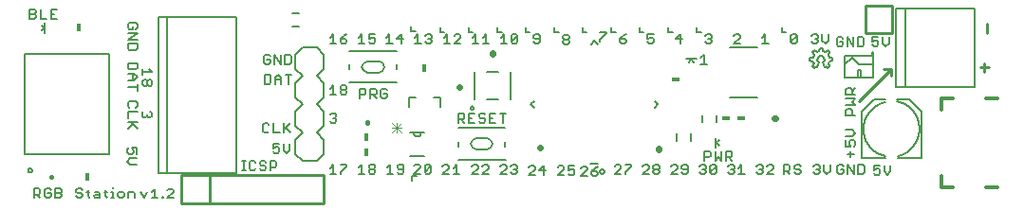
<source format=gbr>
G04 EAGLE Gerber X2 export*
%TF.Part,Single*%
%TF.FileFunction,Legend,Top,1*%
%TF.FilePolarity,Positive*%
%TF.GenerationSoftware,Autodesk,EAGLE,8.7.0*%
%TF.CreationDate,2018-03-08T03:12:48Z*%
G75*
%MOMM*%
%FSLAX34Y34*%
%LPD*%
%AMOC8*
5,1,8,0,0,1.08239X$1,22.5*%
G01*
%ADD10C,0.254000*%
%ADD11C,0.177800*%
%ADD12C,0.558800*%
%ADD13R,0.762000X0.457200*%
%ADD14C,0.203200*%
%ADD15R,0.457200X0.762000*%
%ADD16C,0.152400*%
%ADD17C,0.127000*%
%ADD18C,0.076200*%
%ADD19C,0.381000*%
%ADD20R,0.381000X0.762000*%
%ADD21C,0.304800*%
%ADD22C,0.203000*%


D10*
X139700Y0D02*
X139700Y25400D01*
X165100Y25400D01*
X266700Y25400D01*
X165100Y25400D02*
X165100Y0D01*
X266700Y0D01*
X266700Y25400D01*
X165100Y0D02*
X139700Y0D01*
D11*
X106301Y4866D02*
X103505Y10459D01*
X109098Y10459D02*
X106301Y4866D01*
X112860Y10459D02*
X115657Y13255D01*
X115657Y4866D01*
X118453Y4866D02*
X112860Y4866D01*
X122215Y4866D02*
X122215Y6264D01*
X123614Y6264D01*
X123614Y4866D01*
X122215Y4866D01*
X126893Y4866D02*
X132486Y4866D01*
X126893Y4866D02*
X132486Y10459D01*
X132486Y11857D01*
X131088Y13255D01*
X128291Y13255D01*
X126893Y11857D01*
X606425Y38481D02*
X606425Y46870D01*
X610620Y46870D01*
X612018Y45472D01*
X612018Y42676D01*
X610620Y41277D01*
X606425Y41277D01*
X615780Y38481D02*
X615780Y46870D01*
X618577Y41277D02*
X615780Y38481D01*
X618577Y41277D02*
X621373Y38481D01*
X621373Y46870D01*
X625135Y46870D02*
X625135Y38481D01*
X625135Y46870D02*
X629330Y46870D01*
X630728Y45472D01*
X630728Y42676D01*
X629330Y41277D01*
X625135Y41277D01*
X627932Y41277D02*
X630728Y38481D01*
X602869Y130434D02*
X605665Y133230D01*
X605665Y124841D01*
X602869Y124841D02*
X608462Y124841D01*
X386461Y80906D02*
X386461Y72517D01*
X386461Y80906D02*
X390656Y80906D01*
X392054Y79508D01*
X392054Y76712D01*
X390656Y75313D01*
X386461Y75313D01*
X389257Y75313D02*
X392054Y72517D01*
X395816Y80906D02*
X401409Y80906D01*
X395816Y80906D02*
X395816Y72517D01*
X401409Y72517D01*
X398613Y76712D02*
X395816Y76712D01*
X409366Y80906D02*
X410764Y79508D01*
X409366Y80906D02*
X406570Y80906D01*
X405171Y79508D01*
X405171Y78110D01*
X406570Y76712D01*
X409366Y76712D01*
X410764Y75313D01*
X410764Y73915D01*
X409366Y72517D01*
X406570Y72517D01*
X405171Y73915D01*
X414527Y80906D02*
X420119Y80906D01*
X414527Y80906D02*
X414527Y72517D01*
X420119Y72517D01*
X417323Y76712D02*
X414527Y76712D01*
X426678Y72517D02*
X426678Y80906D01*
X423882Y80906D02*
X429475Y80906D01*
X298577Y94361D02*
X298577Y102750D01*
X302772Y102750D01*
X304170Y101352D01*
X304170Y98556D01*
X302772Y97157D01*
X298577Y97157D01*
X307932Y94361D02*
X307932Y102750D01*
X312127Y102750D01*
X313525Y101352D01*
X313525Y98556D01*
X312127Y97157D01*
X307932Y97157D01*
X310729Y97157D02*
X313525Y94361D01*
X321482Y102750D02*
X322880Y101352D01*
X321482Y102750D02*
X318686Y102750D01*
X317287Y101352D01*
X317287Y95759D01*
X318686Y94361D01*
X321482Y94361D01*
X322880Y95759D01*
X322880Y98556D01*
X320084Y98556D01*
X683133Y144527D02*
X683133Y150120D01*
X684531Y151518D01*
X687328Y151518D01*
X688726Y150120D01*
X688726Y144527D01*
X687328Y143129D01*
X684531Y143129D01*
X683133Y144527D01*
X688726Y150120D01*
X660529Y151518D02*
X657733Y148722D01*
X660529Y151518D02*
X660529Y143129D01*
X657733Y143129D02*
X663326Y143129D01*
X637926Y143129D02*
X632333Y143129D01*
X637926Y148722D01*
X637926Y150120D01*
X636528Y151518D01*
X633731Y151518D01*
X632333Y150120D01*
X608331Y151518D02*
X606933Y150120D01*
X608331Y151518D02*
X611128Y151518D01*
X612526Y150120D01*
X612526Y148722D01*
X611128Y147324D01*
X609729Y147324D01*
X611128Y147324D02*
X612526Y145925D01*
X612526Y144527D01*
X611128Y143129D01*
X608331Y143129D01*
X606933Y144527D01*
X701929Y150120D02*
X703327Y151518D01*
X706124Y151518D01*
X707522Y150120D01*
X707522Y148722D01*
X706124Y147324D01*
X704725Y147324D01*
X706124Y147324D02*
X707522Y145925D01*
X707522Y144527D01*
X706124Y143129D01*
X703327Y143129D01*
X701929Y144527D01*
X711284Y145925D02*
X711284Y151518D01*
X711284Y145925D02*
X714081Y143129D01*
X716877Y145925D01*
X716877Y151518D01*
X757301Y34170D02*
X762894Y34170D01*
X757301Y34170D02*
X757301Y29976D01*
X760097Y31374D01*
X761496Y31374D01*
X762894Y29976D01*
X762894Y27179D01*
X761496Y25781D01*
X758699Y25781D01*
X757301Y27179D01*
X766656Y28577D02*
X766656Y34170D01*
X766656Y28577D02*
X769453Y25781D01*
X772249Y28577D01*
X772249Y34170D01*
X729874Y147580D02*
X728476Y148978D01*
X725679Y148978D01*
X724281Y147580D01*
X724281Y141987D01*
X725679Y140589D01*
X728476Y140589D01*
X729874Y141987D01*
X729874Y144784D01*
X727077Y144784D01*
X733636Y140589D02*
X733636Y148978D01*
X739229Y140589D01*
X739229Y148978D01*
X742991Y148978D02*
X742991Y140589D01*
X747186Y140589D01*
X748584Y141987D01*
X748584Y147580D01*
X747186Y148978D01*
X742991Y148978D01*
D10*
X749808Y152400D02*
X749808Y176784D01*
X749808Y152400D02*
X773684Y152400D01*
X773684Y176784D01*
X749808Y176784D01*
D11*
X274957Y34678D02*
X272161Y31882D01*
X274957Y34678D02*
X274957Y26289D01*
X272161Y26289D02*
X277754Y26289D01*
X281516Y34678D02*
X287109Y34678D01*
X287109Y33280D01*
X281516Y27687D01*
X281516Y26289D01*
X297561Y32390D02*
X300357Y35186D01*
X300357Y26797D01*
X297561Y26797D02*
X303154Y26797D01*
X306916Y33788D02*
X308314Y35186D01*
X311111Y35186D01*
X312509Y33788D01*
X312509Y32390D01*
X311111Y30992D01*
X312509Y29593D01*
X312509Y28195D01*
X311111Y26797D01*
X308314Y26797D01*
X306916Y28195D01*
X306916Y29593D01*
X308314Y30992D01*
X306916Y32390D01*
X306916Y33788D01*
X308314Y30992D02*
X311111Y30992D01*
X449453Y25273D02*
X455046Y25273D01*
X449453Y25273D02*
X455046Y30866D01*
X455046Y32264D01*
X453648Y33662D01*
X450851Y33662D01*
X449453Y32264D01*
X463003Y33662D02*
X463003Y25273D01*
X458808Y29468D02*
X463003Y33662D01*
X464401Y29468D02*
X458808Y29468D01*
X475361Y25273D02*
X480954Y25273D01*
X475361Y25273D02*
X480954Y30866D01*
X480954Y32264D01*
X479556Y33662D01*
X476759Y33662D01*
X475361Y32264D01*
X484716Y33662D02*
X490309Y33662D01*
X484716Y33662D02*
X484716Y29468D01*
X487513Y30866D01*
X488911Y30866D01*
X490309Y29468D01*
X490309Y26671D01*
X488911Y25273D01*
X486114Y25273D01*
X484716Y26671D01*
X496189Y24765D02*
X501782Y24765D01*
X496189Y24765D02*
X501782Y30358D01*
X501782Y31756D01*
X500384Y33154D01*
X497587Y33154D01*
X496189Y31756D01*
X508341Y31756D02*
X511137Y33154D01*
X508341Y31756D02*
X505544Y28960D01*
X505544Y26163D01*
X506942Y24765D01*
X509739Y24765D01*
X511137Y26163D01*
X511137Y27561D01*
X509739Y28960D01*
X505544Y28960D01*
X526161Y26289D02*
X531754Y26289D01*
X526161Y26289D02*
X531754Y31882D01*
X531754Y33280D01*
X530356Y34678D01*
X527559Y34678D01*
X526161Y33280D01*
X535516Y34678D02*
X541109Y34678D01*
X541109Y33280D01*
X535516Y27687D01*
X535516Y26289D01*
X551053Y26289D02*
X556646Y26289D01*
X551053Y26289D02*
X556646Y31882D01*
X556646Y33280D01*
X555248Y34678D01*
X552451Y34678D01*
X551053Y33280D01*
X560408Y33280D02*
X561806Y34678D01*
X564603Y34678D01*
X566001Y33280D01*
X566001Y31882D01*
X564603Y30484D01*
X566001Y29085D01*
X566001Y27687D01*
X564603Y26289D01*
X561806Y26289D01*
X560408Y27687D01*
X560408Y29085D01*
X561806Y30484D01*
X560408Y31882D01*
X560408Y33280D01*
X561806Y30484D02*
X564603Y30484D01*
X576453Y26289D02*
X582046Y26289D01*
X576453Y26289D02*
X582046Y31882D01*
X582046Y33280D01*
X580648Y34678D01*
X577851Y34678D01*
X576453Y33280D01*
X585808Y27687D02*
X587206Y26289D01*
X590003Y26289D01*
X591401Y27687D01*
X591401Y33280D01*
X590003Y34678D01*
X587206Y34678D01*
X585808Y33280D01*
X585808Y31882D01*
X587206Y30484D01*
X591401Y30484D01*
X601853Y33280D02*
X603251Y34678D01*
X606048Y34678D01*
X607446Y33280D01*
X607446Y31882D01*
X606048Y30484D01*
X604649Y30484D01*
X606048Y30484D02*
X607446Y29085D01*
X607446Y27687D01*
X606048Y26289D01*
X603251Y26289D01*
X601853Y27687D01*
X611208Y27687D02*
X611208Y33280D01*
X612606Y34678D01*
X615403Y34678D01*
X616801Y33280D01*
X616801Y27687D01*
X615403Y26289D01*
X612606Y26289D01*
X611208Y27687D01*
X616801Y33280D01*
X627253Y33280D02*
X628651Y34678D01*
X631448Y34678D01*
X632846Y33280D01*
X632846Y31882D01*
X631448Y30484D01*
X630049Y30484D01*
X631448Y30484D02*
X632846Y29085D01*
X632846Y27687D01*
X631448Y26289D01*
X628651Y26289D01*
X627253Y27687D01*
X636608Y31882D02*
X639405Y34678D01*
X639405Y26289D01*
X642201Y26289D02*
X636608Y26289D01*
X652653Y33280D02*
X654051Y34678D01*
X656848Y34678D01*
X658246Y33280D01*
X658246Y31882D01*
X656848Y30484D01*
X655449Y30484D01*
X656848Y30484D02*
X658246Y29085D01*
X658246Y27687D01*
X656848Y26289D01*
X654051Y26289D01*
X652653Y27687D01*
X662008Y26289D02*
X667601Y26289D01*
X662008Y26289D02*
X667601Y31882D01*
X667601Y33280D01*
X666203Y34678D01*
X663406Y34678D01*
X662008Y33280D01*
X677037Y34678D02*
X677037Y26289D01*
X677037Y34678D02*
X681232Y34678D01*
X682630Y33280D01*
X682630Y30484D01*
X681232Y29085D01*
X677037Y29085D01*
X679833Y29085D02*
X682630Y26289D01*
X690587Y34678D02*
X691985Y33280D01*
X690587Y34678D02*
X687790Y34678D01*
X686392Y33280D01*
X686392Y31882D01*
X687790Y30484D01*
X690587Y30484D01*
X691985Y29085D01*
X691985Y27687D01*
X690587Y26289D01*
X687790Y26289D01*
X686392Y27687D01*
X703453Y33280D02*
X704851Y34678D01*
X707648Y34678D01*
X709046Y33280D01*
X709046Y31882D01*
X707648Y30484D01*
X706249Y30484D01*
X707648Y30484D02*
X709046Y29085D01*
X709046Y27687D01*
X707648Y26289D01*
X704851Y26289D01*
X703453Y27687D01*
X712808Y29085D02*
X712808Y34678D01*
X712808Y29085D02*
X715605Y26289D01*
X718401Y29085D01*
X718401Y34678D01*
X755777Y148978D02*
X761370Y148978D01*
X755777Y148978D02*
X755777Y144784D01*
X758573Y146182D01*
X759972Y146182D01*
X761370Y144784D01*
X761370Y141987D01*
X759972Y140589D01*
X757175Y140589D01*
X755777Y141987D01*
X765132Y143385D02*
X765132Y148978D01*
X765132Y143385D02*
X767929Y140589D01*
X770725Y143385D01*
X770725Y148978D01*
X728984Y34678D02*
X730382Y33280D01*
X728984Y34678D02*
X726187Y34678D01*
X724789Y33280D01*
X724789Y27687D01*
X726187Y26289D01*
X728984Y26289D01*
X730382Y27687D01*
X730382Y30484D01*
X727585Y30484D01*
X734144Y26289D02*
X734144Y34678D01*
X739737Y26289D01*
X739737Y34678D01*
X743499Y34678D02*
X743499Y26289D01*
X747694Y26289D01*
X749092Y27687D01*
X749092Y33280D01*
X747694Y34678D01*
X743499Y34678D01*
X8186Y13542D02*
X8186Y5153D01*
X8186Y13542D02*
X12380Y13542D01*
X13779Y12144D01*
X13779Y9347D01*
X12380Y7949D01*
X8186Y7949D01*
X10982Y7949D02*
X13779Y5153D01*
X21736Y13542D02*
X23134Y12144D01*
X21736Y13542D02*
X18939Y13542D01*
X17541Y12144D01*
X17541Y6551D01*
X18939Y5153D01*
X21736Y5153D01*
X23134Y6551D01*
X23134Y9347D01*
X20337Y9347D01*
X26896Y5153D02*
X26896Y13542D01*
X31091Y13542D01*
X32489Y12144D01*
X32489Y10746D01*
X31091Y9347D01*
X32489Y7949D01*
X32489Y6551D01*
X31091Y5153D01*
X26896Y5153D01*
X26896Y9347D02*
X31091Y9347D01*
X49801Y13542D02*
X51199Y12144D01*
X49801Y13542D02*
X47005Y13542D01*
X45607Y12144D01*
X45607Y10746D01*
X47005Y9347D01*
X49801Y9347D01*
X51199Y7949D01*
X51199Y6551D01*
X49801Y5153D01*
X47005Y5153D01*
X45607Y6551D01*
X56360Y6551D02*
X56360Y12144D01*
X56360Y6551D02*
X57758Y5153D01*
X57758Y10746D02*
X54962Y10746D01*
X62597Y10746D02*
X65393Y10746D01*
X66791Y9347D01*
X66791Y5153D01*
X62597Y5153D01*
X61199Y6551D01*
X62597Y7949D01*
X66791Y7949D01*
X71952Y6551D02*
X71952Y12144D01*
X71952Y6551D02*
X73350Y5153D01*
X73350Y10746D02*
X70554Y10746D01*
X76791Y10746D02*
X78189Y10746D01*
X78189Y5153D01*
X76791Y5153D02*
X79587Y5153D01*
X78189Y13542D02*
X78189Y14940D01*
X84426Y5153D02*
X87222Y5153D01*
X88620Y6551D01*
X88620Y9347D01*
X87222Y10746D01*
X84426Y10746D01*
X83027Y9347D01*
X83027Y6551D01*
X84426Y5153D01*
X92383Y5153D02*
X92383Y10746D01*
X96577Y10746D01*
X97975Y9347D01*
X97975Y5153D01*
X585220Y143129D02*
X585220Y151518D01*
X581025Y147324D01*
X586618Y147324D01*
X561218Y151518D02*
X555625Y151518D01*
X555625Y147324D01*
X558421Y148722D01*
X559820Y148722D01*
X561218Y147324D01*
X561218Y144527D01*
X559820Y143129D01*
X557023Y143129D01*
X555625Y144527D01*
X536326Y151518D02*
X533529Y150120D01*
X530733Y147324D01*
X530733Y144527D01*
X532131Y143129D01*
X534928Y143129D01*
X536326Y144527D01*
X536326Y145925D01*
X534928Y147324D01*
X530733Y147324D01*
X518546Y153550D02*
X512953Y153550D01*
X518546Y153550D02*
X518546Y152152D01*
X512953Y146559D01*
X512953Y145161D01*
X481331Y151010D02*
X479933Y149612D01*
X481331Y151010D02*
X484128Y151010D01*
X485526Y149612D01*
X485526Y148214D01*
X484128Y146816D01*
X485526Y145417D01*
X485526Y144019D01*
X484128Y142621D01*
X481331Y142621D01*
X479933Y144019D01*
X479933Y145417D01*
X481331Y146816D01*
X479933Y148214D01*
X479933Y149612D01*
X481331Y146816D02*
X484128Y146816D01*
X455423Y143129D02*
X454025Y144527D01*
X455423Y143129D02*
X458220Y143129D01*
X459618Y144527D01*
X459618Y150120D01*
X458220Y151518D01*
X455423Y151518D01*
X454025Y150120D01*
X454025Y148722D01*
X455423Y147324D01*
X459618Y147324D01*
X427357Y151518D02*
X424561Y148722D01*
X427357Y151518D02*
X427357Y143129D01*
X424561Y143129D02*
X430154Y143129D01*
X433916Y144527D02*
X433916Y150120D01*
X435314Y151518D01*
X438111Y151518D01*
X439509Y150120D01*
X439509Y144527D01*
X438111Y143129D01*
X435314Y143129D01*
X433916Y144527D01*
X439509Y150120D01*
X401957Y151518D02*
X399161Y148722D01*
X401957Y151518D02*
X401957Y143129D01*
X399161Y143129D02*
X404754Y143129D01*
X408516Y148722D02*
X411313Y151518D01*
X411313Y143129D01*
X414109Y143129D02*
X408516Y143129D01*
X376557Y151518D02*
X373761Y148722D01*
X376557Y151518D02*
X376557Y143129D01*
X373761Y143129D02*
X379354Y143129D01*
X383116Y143129D02*
X388709Y143129D01*
X383116Y143129D02*
X388709Y148722D01*
X388709Y150120D01*
X387311Y151518D01*
X384514Y151518D01*
X383116Y150120D01*
X675109Y153315D02*
X679064Y153315D01*
X675109Y153315D02*
X675109Y157270D01*
X603372Y153315D02*
X599417Y153315D01*
X599417Y157270D01*
X577972Y153315D02*
X574017Y153315D01*
X574017Y157270D01*
X348356Y154331D02*
X344401Y154331D01*
X344401Y158286D01*
X370309Y153315D02*
X374264Y153315D01*
X370309Y153315D02*
X370309Y157270D01*
X395709Y153315D02*
X399664Y153315D01*
X395709Y153315D02*
X395709Y157270D01*
X421617Y153315D02*
X425572Y153315D01*
X421617Y153315D02*
X421617Y157270D01*
X446509Y153315D02*
X450464Y153315D01*
X446509Y153315D02*
X446509Y157270D01*
X472417Y153315D02*
X476372Y153315D01*
X472417Y153315D02*
X472417Y157270D01*
X497309Y153315D02*
X501264Y153315D01*
X497309Y153315D02*
X497309Y157270D01*
X523217Y153315D02*
X527172Y153315D01*
X523217Y153315D02*
X523217Y157270D01*
X548109Y153315D02*
X552064Y153315D01*
X548109Y153315D02*
X548109Y157270D01*
X345339Y24407D02*
X345339Y20452D01*
X345339Y24407D02*
X349294Y24407D01*
D10*
X852170Y121925D02*
X859966Y121925D01*
X856068Y125823D02*
X856068Y118027D01*
X858017Y152986D02*
X858017Y160782D01*
D11*
X4445Y165481D02*
X4445Y173870D01*
X8640Y173870D01*
X10038Y172472D01*
X10038Y171074D01*
X8640Y169676D01*
X10038Y168277D01*
X10038Y166879D01*
X8640Y165481D01*
X4445Y165481D01*
X4445Y169676D02*
X8640Y169676D01*
X13800Y173870D02*
X13800Y165481D01*
X19393Y165481D01*
X23155Y173870D02*
X28748Y173870D01*
X23155Y173870D02*
X23155Y165481D01*
X28748Y165481D01*
X25952Y169676D02*
X23155Y169676D01*
X424053Y26289D02*
X429646Y26289D01*
X424053Y26289D02*
X429646Y31882D01*
X429646Y33280D01*
X428248Y34678D01*
X425451Y34678D01*
X424053Y33280D01*
X433408Y33280D02*
X434806Y34678D01*
X437603Y34678D01*
X439001Y33280D01*
X439001Y31882D01*
X437603Y30484D01*
X436205Y30484D01*
X437603Y30484D02*
X439001Y29085D01*
X439001Y27687D01*
X437603Y26289D01*
X434806Y26289D01*
X433408Y27687D01*
X404246Y26289D02*
X398653Y26289D01*
X404246Y31882D01*
X404246Y33280D01*
X402848Y34678D01*
X400051Y34678D01*
X398653Y33280D01*
X408008Y26289D02*
X413601Y26289D01*
X408008Y26289D02*
X413601Y31882D01*
X413601Y33280D01*
X412203Y34678D01*
X409406Y34678D01*
X408008Y33280D01*
X378338Y26289D02*
X372745Y26289D01*
X378338Y31882D01*
X378338Y33280D01*
X376940Y34678D01*
X374143Y34678D01*
X372745Y33280D01*
X382100Y31882D02*
X384897Y34678D01*
X384897Y26289D01*
X387693Y26289D02*
X382100Y26289D01*
X352938Y26797D02*
X347345Y26797D01*
X352938Y32390D01*
X352938Y33788D01*
X351540Y35186D01*
X348743Y35186D01*
X347345Y33788D01*
X356700Y33788D02*
X356700Y28195D01*
X356700Y33788D02*
X358098Y35186D01*
X360895Y35186D01*
X362293Y33788D01*
X362293Y28195D01*
X360895Y26797D01*
X358098Y26797D01*
X356700Y28195D01*
X362293Y33788D01*
X325757Y35186D02*
X322961Y32390D01*
X325757Y35186D02*
X325757Y26797D01*
X322961Y26797D02*
X328554Y26797D01*
X332316Y28195D02*
X333714Y26797D01*
X336511Y26797D01*
X337909Y28195D01*
X337909Y33788D01*
X336511Y35186D01*
X333714Y35186D01*
X332316Y33788D01*
X332316Y32390D01*
X333714Y30992D01*
X337909Y30992D01*
X347853Y148722D02*
X350649Y151518D01*
X350649Y143129D01*
X347853Y143129D02*
X353446Y143129D01*
X357208Y150120D02*
X358606Y151518D01*
X361403Y151518D01*
X362801Y150120D01*
X362801Y148722D01*
X361403Y147324D01*
X360005Y147324D01*
X361403Y147324D02*
X362801Y145925D01*
X362801Y144527D01*
X361403Y143129D01*
X358606Y143129D01*
X357208Y144527D01*
X325249Y151518D02*
X322453Y148722D01*
X325249Y151518D02*
X325249Y143129D01*
X322453Y143129D02*
X328046Y143129D01*
X336003Y143129D02*
X336003Y151518D01*
X331808Y147324D01*
X337401Y147324D01*
X300357Y151518D02*
X297561Y148722D01*
X300357Y151518D02*
X300357Y143129D01*
X297561Y143129D02*
X303154Y143129D01*
X306916Y151518D02*
X312509Y151518D01*
X306916Y151518D02*
X306916Y147324D01*
X309713Y148722D01*
X311111Y148722D01*
X312509Y147324D01*
X312509Y144527D01*
X311111Y143129D01*
X308314Y143129D01*
X306916Y144527D01*
X274957Y151518D02*
X272161Y148722D01*
X274957Y151518D02*
X274957Y143129D01*
X272161Y143129D02*
X277754Y143129D01*
X284313Y150120D02*
X287109Y151518D01*
X284313Y150120D02*
X281516Y147324D01*
X281516Y144527D01*
X282914Y143129D01*
X285711Y143129D01*
X287109Y144527D01*
X287109Y145925D01*
X285711Y147324D01*
X281516Y147324D01*
X100210Y157476D02*
X98812Y156078D01*
X100210Y157476D02*
X100210Y160273D01*
X98812Y161671D01*
X93219Y161671D01*
X91821Y160273D01*
X91821Y157476D01*
X93219Y156078D01*
X96016Y156078D01*
X96016Y158875D01*
X91821Y152316D02*
X100210Y152316D01*
X91821Y146723D01*
X100210Y146723D01*
X100210Y142961D02*
X91821Y142961D01*
X91821Y138766D01*
X93219Y137368D01*
X98812Y137368D01*
X100210Y138766D01*
X100210Y142961D01*
X100210Y125603D02*
X91821Y125603D01*
X91821Y121408D01*
X93219Y120010D01*
X98812Y120010D01*
X100210Y121408D01*
X100210Y125603D01*
X97414Y116248D02*
X91821Y116248D01*
X97414Y116248D02*
X100210Y113451D01*
X97414Y110655D01*
X91821Y110655D01*
X96016Y110655D02*
X96016Y116248D01*
X91821Y104096D02*
X100210Y104096D01*
X100210Y101300D02*
X100210Y106893D01*
X100210Y87372D02*
X98812Y85974D01*
X100210Y87372D02*
X100210Y90169D01*
X98812Y91567D01*
X93219Y91567D01*
X91821Y90169D01*
X91821Y87372D01*
X93219Y85974D01*
X91821Y82212D02*
X100210Y82212D01*
X91821Y82212D02*
X91821Y76619D01*
X91821Y72857D02*
X100210Y72857D01*
X94617Y72857D02*
X100210Y67264D01*
X96016Y71458D02*
X91821Y67264D01*
X99702Y49911D02*
X99702Y44318D01*
X99702Y49911D02*
X95508Y49911D01*
X96906Y47115D01*
X96906Y45716D01*
X95508Y44318D01*
X92711Y44318D01*
X91313Y45716D01*
X91313Y48513D01*
X92711Y49911D01*
X94109Y40556D02*
X99702Y40556D01*
X94109Y40556D02*
X91313Y37759D01*
X94109Y34963D01*
X99702Y34963D01*
X736596Y41529D02*
X736596Y47122D01*
X733800Y44325D02*
X739393Y44325D01*
X732402Y50884D02*
X732402Y56477D01*
X732402Y50884D02*
X736596Y50884D01*
X735198Y53681D01*
X735198Y55079D01*
X736596Y56477D01*
X739393Y56477D01*
X740791Y55079D01*
X740791Y52282D01*
X739393Y50884D01*
X737995Y60239D02*
X732402Y60239D01*
X737995Y60239D02*
X740791Y63036D01*
X737995Y65832D01*
X732402Y65832D01*
X732402Y78950D02*
X740791Y78950D01*
X732402Y78950D02*
X732402Y83144D01*
X733800Y84543D01*
X736596Y84543D01*
X737995Y83144D01*
X737995Y78950D01*
X740791Y88305D02*
X732402Y88305D01*
X737995Y91101D02*
X740791Y88305D01*
X737995Y91101D02*
X740791Y93898D01*
X732402Y93898D01*
X732402Y97660D02*
X740791Y97660D01*
X732402Y97660D02*
X732402Y101855D01*
X733800Y103253D01*
X736596Y103253D01*
X737995Y101855D01*
X737995Y97660D01*
X737995Y100457D02*
X740791Y103253D01*
X218826Y131832D02*
X217428Y133230D01*
X214631Y133230D01*
X213233Y131832D01*
X213233Y126239D01*
X214631Y124841D01*
X217428Y124841D01*
X218826Y126239D01*
X218826Y129036D01*
X216029Y129036D01*
X222588Y124841D02*
X222588Y133230D01*
X228181Y124841D01*
X228181Y133230D01*
X231943Y133230D02*
X231943Y124841D01*
X236138Y124841D01*
X237536Y126239D01*
X237536Y131832D01*
X236138Y133230D01*
X231943Y133230D01*
X226954Y53474D02*
X221361Y53474D01*
X221361Y49280D01*
X224157Y50678D01*
X225556Y50678D01*
X226954Y49280D01*
X226954Y46483D01*
X225556Y45085D01*
X222759Y45085D01*
X221361Y46483D01*
X230716Y47881D02*
X230716Y53474D01*
X230716Y47881D02*
X233513Y45085D01*
X236309Y47881D01*
X236309Y53474D01*
X213741Y107061D02*
X213741Y115450D01*
X213741Y107061D02*
X217936Y107061D01*
X219334Y108459D01*
X219334Y114052D01*
X217936Y115450D01*
X213741Y115450D01*
X223096Y112654D02*
X223096Y107061D01*
X223096Y112654D02*
X225893Y115450D01*
X228689Y112654D01*
X228689Y107061D01*
X228689Y111256D02*
X223096Y111256D01*
X235248Y107061D02*
X235248Y115450D01*
X238044Y115450D02*
X232451Y115450D01*
X216412Y71762D02*
X217810Y70364D01*
X216412Y71762D02*
X213615Y71762D01*
X212217Y70364D01*
X212217Y64771D01*
X213615Y63373D01*
X216412Y63373D01*
X217810Y64771D01*
X221572Y63373D02*
X221572Y71762D01*
X221572Y63373D02*
X227165Y63373D01*
X230927Y63373D02*
X230927Y71762D01*
X230927Y66169D02*
X236520Y71762D01*
X232326Y67568D02*
X236520Y63373D01*
X196725Y29845D02*
X193929Y29845D01*
X195327Y29845D02*
X195327Y38234D01*
X193929Y38234D02*
X196725Y38234D01*
X204360Y38234D02*
X205759Y36836D01*
X204360Y38234D02*
X201564Y38234D01*
X200166Y36836D01*
X200166Y31243D01*
X201564Y29845D01*
X204360Y29845D01*
X205759Y31243D01*
X213716Y38234D02*
X215114Y36836D01*
X213716Y38234D02*
X210919Y38234D01*
X209521Y36836D01*
X209521Y35438D01*
X210919Y34040D01*
X213716Y34040D01*
X215114Y32641D01*
X215114Y31243D01*
X213716Y29845D01*
X210919Y29845D01*
X209521Y31243D01*
X218876Y29845D02*
X218876Y38234D01*
X223071Y38234D01*
X224469Y36836D01*
X224469Y34040D01*
X223071Y32641D01*
X218876Y32641D01*
D10*
X744220Y91948D02*
X772668Y120396D01*
X766064Y120396D01*
X772668Y120396D02*
X772668Y114300D01*
D11*
X274957Y105798D02*
X272161Y103002D01*
X274957Y105798D02*
X274957Y97409D01*
X272161Y97409D02*
X277754Y97409D01*
X281516Y104400D02*
X282914Y105798D01*
X285711Y105798D01*
X287109Y104400D01*
X287109Y103002D01*
X285711Y101604D01*
X287109Y100205D01*
X287109Y98807D01*
X285711Y97409D01*
X282914Y97409D01*
X281516Y98807D01*
X281516Y100205D01*
X282914Y101604D01*
X281516Y103002D01*
X281516Y104400D01*
X282914Y101604D02*
X285711Y101604D01*
X273559Y80906D02*
X272161Y79508D01*
X273559Y80906D02*
X276356Y80906D01*
X277754Y79508D01*
X277754Y78110D01*
X276356Y76712D01*
X274957Y76712D01*
X276356Y76712D02*
X277754Y75313D01*
X277754Y73915D01*
X276356Y72517D01*
X273559Y72517D01*
X272161Y73915D01*
X113418Y117727D02*
X110622Y120523D01*
X113418Y117727D02*
X105029Y117727D01*
X105029Y120523D02*
X105029Y114930D01*
X112020Y111168D02*
X113418Y109770D01*
X113418Y106973D01*
X112020Y105575D01*
X110622Y105575D01*
X109224Y106973D01*
X107825Y105575D01*
X106427Y105575D01*
X105029Y106973D01*
X105029Y109770D01*
X106427Y111168D01*
X107825Y111168D01*
X109224Y109770D01*
X110622Y111168D01*
X112020Y111168D01*
X109224Y109770D02*
X109224Y106973D01*
X111512Y82423D02*
X112910Y81025D01*
X112910Y78228D01*
X111512Y76830D01*
X110114Y76830D01*
X108716Y78228D01*
X108716Y79627D01*
X108716Y78228D02*
X107317Y76830D01*
X105919Y76830D01*
X104521Y78228D01*
X104521Y81025D01*
X105919Y82423D01*
D12*
X565404Y49073D02*
X565404Y48463D01*
X459957Y49996D02*
X459347Y49996D01*
X417576Y134315D02*
X417576Y134925D01*
D13*
X580644Y111252D03*
D14*
X594360Y129716D02*
X598960Y129716D01*
X594360Y129716D02*
X589760Y129716D01*
X594360Y129716D02*
X596698Y126616D01*
X594106Y129562D02*
X592176Y126616D01*
D13*
X639064Y76200D03*
D15*
X55880Y23876D03*
D13*
X625348Y76200D03*
D14*
X616536Y58956D02*
X616536Y54356D01*
X616536Y49756D01*
X616536Y54356D02*
X619636Y56694D01*
X616690Y54102D02*
X619636Y52172D01*
D16*
X616616Y72692D02*
X616616Y78692D01*
X604616Y78692D02*
X604616Y72692D01*
D12*
X668731Y76200D02*
X669341Y76200D01*
X387909Y104648D02*
X387299Y104648D01*
D14*
X707118Y122366D02*
X708642Y126430D01*
X707118Y122366D02*
X706102Y122874D01*
X704070Y121350D01*
X702292Y122874D01*
X703816Y125160D01*
X702800Y127446D01*
X700260Y127954D01*
X700260Y130240D01*
X703054Y130748D01*
X703816Y133034D01*
X702292Y135320D01*
X704070Y137098D01*
X706356Y135320D01*
X708388Y136336D01*
X709150Y139130D01*
X711436Y139130D01*
X711944Y136336D01*
X713976Y135320D01*
X716262Y137098D01*
X718040Y135320D01*
X716516Y133034D01*
X717532Y130748D01*
X720072Y130240D01*
X720072Y127954D01*
X717532Y127446D01*
X716516Y125160D01*
X718040Y122874D01*
X716262Y121350D01*
X714230Y122874D01*
X713214Y122366D01*
X711690Y126430D01*
X711784Y126486D01*
X711876Y126545D01*
X711966Y126608D01*
X712054Y126674D01*
X712139Y126743D01*
X712222Y126814D01*
X712302Y126889D01*
X712380Y126967D01*
X712454Y127047D01*
X712526Y127130D01*
X712594Y127216D01*
X712660Y127303D01*
X712722Y127393D01*
X712782Y127486D01*
X712837Y127580D01*
X712890Y127676D01*
X712939Y127774D01*
X712984Y127874D01*
X713026Y127975D01*
X713064Y128078D01*
X713099Y128182D01*
X713129Y128287D01*
X713156Y128394D01*
X713180Y128501D01*
X713199Y128609D01*
X713214Y128717D01*
X713226Y128826D01*
X713234Y128935D01*
X713238Y129045D01*
X713237Y129155D01*
X713233Y129264D01*
X713226Y129373D01*
X713214Y129482D01*
X713198Y129591D01*
X713179Y129699D01*
X713155Y129806D01*
X713128Y129912D01*
X713097Y130017D01*
X713062Y130121D01*
X713024Y130224D01*
X712982Y130325D01*
X712936Y130425D01*
X712887Y130523D01*
X712835Y130619D01*
X712779Y130713D01*
X712719Y130805D01*
X712657Y130895D01*
X712591Y130983D01*
X712522Y131068D01*
X712450Y131151D01*
X712376Y131231D01*
X712298Y131309D01*
X712218Y131383D01*
X712135Y131455D01*
X712050Y131524D01*
X711962Y131589D01*
X711872Y131652D01*
X711780Y131711D01*
X711685Y131767D01*
X711589Y131819D01*
X711491Y131869D01*
X711391Y131914D01*
X711290Y131956D01*
X711187Y131994D01*
X711083Y132029D01*
X710978Y132060D01*
X710872Y132087D01*
X710765Y132110D01*
X710657Y132129D01*
X710549Y132145D01*
X710440Y132157D01*
X710330Y132165D01*
X710221Y132169D01*
X710111Y132169D01*
X710002Y132165D01*
X709892Y132157D01*
X709783Y132145D01*
X709675Y132129D01*
X709567Y132110D01*
X709460Y132087D01*
X709354Y132060D01*
X709249Y132029D01*
X709145Y131994D01*
X709042Y131956D01*
X708941Y131914D01*
X708841Y131869D01*
X708743Y131819D01*
X708647Y131767D01*
X708552Y131711D01*
X708460Y131652D01*
X708370Y131589D01*
X708282Y131524D01*
X708197Y131455D01*
X708114Y131383D01*
X708034Y131309D01*
X707956Y131231D01*
X707882Y131151D01*
X707810Y131068D01*
X707741Y130983D01*
X707675Y130895D01*
X707613Y130805D01*
X707553Y130713D01*
X707497Y130619D01*
X707445Y130523D01*
X707396Y130425D01*
X707350Y130325D01*
X707308Y130224D01*
X707270Y130121D01*
X707235Y130017D01*
X707204Y129912D01*
X707177Y129806D01*
X707153Y129699D01*
X707134Y129591D01*
X707118Y129482D01*
X707106Y129373D01*
X707099Y129264D01*
X707095Y129155D01*
X707094Y129045D01*
X707098Y128935D01*
X707106Y128826D01*
X707118Y128717D01*
X707133Y128609D01*
X707152Y128501D01*
X707176Y128394D01*
X707203Y128287D01*
X707233Y128182D01*
X707268Y128078D01*
X707306Y127975D01*
X707348Y127874D01*
X707393Y127774D01*
X707442Y127676D01*
X707495Y127580D01*
X707550Y127486D01*
X707610Y127393D01*
X707672Y127303D01*
X707738Y127216D01*
X707806Y127130D01*
X707878Y127047D01*
X707952Y126967D01*
X708030Y126889D01*
X708110Y126814D01*
X708193Y126743D01*
X708278Y126674D01*
X708366Y126608D01*
X708456Y126545D01*
X708548Y126486D01*
X708642Y126430D01*
D17*
X653794Y94998D02*
X629154Y94998D01*
X629154Y139698D02*
X653794Y139698D01*
D14*
X510828Y142640D02*
X508000Y145469D01*
X505172Y142640D01*
X561740Y91728D02*
X564569Y88900D01*
X561740Y86072D01*
X454260Y91728D02*
X451431Y88900D01*
X454260Y86072D01*
X504464Y35867D02*
X511536Y35867D01*
D17*
X513093Y28796D02*
X513095Y28885D01*
X513101Y28973D01*
X513111Y29062D01*
X513125Y29149D01*
X513143Y29236D01*
X513164Y29322D01*
X513190Y29407D01*
X513219Y29491D01*
X513252Y29573D01*
X513289Y29654D01*
X513329Y29733D01*
X513373Y29811D01*
X513420Y29886D01*
X513471Y29959D01*
X513525Y30029D01*
X513581Y30097D01*
X513641Y30163D01*
X513704Y30226D01*
X513770Y30286D01*
X513838Y30342D01*
X513908Y30396D01*
X513981Y30447D01*
X514056Y30494D01*
X514134Y30538D01*
X514213Y30578D01*
X514294Y30615D01*
X514376Y30648D01*
X514460Y30677D01*
X514545Y30703D01*
X514631Y30724D01*
X514718Y30742D01*
X514805Y30756D01*
X514894Y30766D01*
X514982Y30772D01*
X515071Y30774D01*
X515160Y30772D01*
X515248Y30766D01*
X515337Y30756D01*
X515424Y30742D01*
X515511Y30724D01*
X515597Y30703D01*
X515682Y30677D01*
X515766Y30648D01*
X515848Y30615D01*
X515929Y30578D01*
X516008Y30538D01*
X516086Y30494D01*
X516161Y30447D01*
X516234Y30396D01*
X516304Y30342D01*
X516372Y30286D01*
X516438Y30226D01*
X516501Y30163D01*
X516561Y30097D01*
X516617Y30029D01*
X516671Y29959D01*
X516722Y29886D01*
X516769Y29811D01*
X516813Y29733D01*
X516853Y29654D01*
X516890Y29573D01*
X516923Y29491D01*
X516952Y29407D01*
X516978Y29322D01*
X516999Y29236D01*
X517017Y29149D01*
X517031Y29062D01*
X517041Y28973D01*
X517047Y28885D01*
X517049Y28796D01*
X517047Y28707D01*
X517041Y28619D01*
X517031Y28530D01*
X517017Y28443D01*
X516999Y28356D01*
X516978Y28270D01*
X516952Y28185D01*
X516923Y28101D01*
X516890Y28019D01*
X516853Y27938D01*
X516813Y27859D01*
X516769Y27781D01*
X516722Y27706D01*
X516671Y27633D01*
X516617Y27563D01*
X516561Y27495D01*
X516501Y27429D01*
X516438Y27366D01*
X516372Y27306D01*
X516304Y27250D01*
X516234Y27196D01*
X516161Y27145D01*
X516086Y27098D01*
X516008Y27054D01*
X515929Y27014D01*
X515848Y26977D01*
X515766Y26944D01*
X515682Y26915D01*
X515597Y26889D01*
X515511Y26868D01*
X515424Y26850D01*
X515337Y26836D01*
X515248Y26826D01*
X515160Y26820D01*
X515071Y26818D01*
X514982Y26820D01*
X514894Y26826D01*
X514805Y26836D01*
X514718Y26850D01*
X514631Y26868D01*
X514545Y26889D01*
X514460Y26915D01*
X514376Y26944D01*
X514294Y26977D01*
X514213Y27014D01*
X514134Y27054D01*
X514056Y27098D01*
X513981Y27145D01*
X513908Y27196D01*
X513838Y27250D01*
X513770Y27306D01*
X513704Y27366D01*
X513641Y27429D01*
X513581Y27495D01*
X513525Y27563D01*
X513471Y27633D01*
X513420Y27706D01*
X513373Y27781D01*
X513329Y27859D01*
X513289Y27938D01*
X513252Y28019D01*
X513219Y28101D01*
X513190Y28185D01*
X513164Y28270D01*
X513143Y28356D01*
X513125Y28443D01*
X513111Y28530D01*
X513101Y28619D01*
X513095Y28707D01*
X513093Y28796D01*
D15*
X356616Y121412D03*
D16*
X581756Y62436D02*
X581756Y56436D01*
X593756Y56436D02*
X593756Y62436D01*
D14*
X188940Y27360D02*
X188940Y167360D01*
X188940Y27360D02*
X126940Y27360D01*
X118940Y27360D01*
X118940Y167360D01*
X126940Y167360D01*
X188940Y167360D01*
X126940Y167360D02*
X126940Y27360D01*
D16*
X343916Y42418D02*
X356108Y42418D01*
X356108Y63246D02*
X353060Y63246D01*
X346964Y63246D01*
X343916Y63246D01*
X346964Y63246D02*
X346966Y63137D01*
X346972Y63029D01*
X346981Y62920D01*
X346995Y62812D01*
X347012Y62705D01*
X347034Y62598D01*
X347059Y62492D01*
X347087Y62387D01*
X347120Y62283D01*
X347156Y62181D01*
X347196Y62080D01*
X347239Y61980D01*
X347286Y61882D01*
X347337Y61785D01*
X347391Y61691D01*
X347448Y61598D01*
X347508Y61508D01*
X347572Y61419D01*
X347639Y61333D01*
X347708Y61250D01*
X347781Y61169D01*
X347857Y61091D01*
X347935Y61015D01*
X348016Y60942D01*
X348099Y60873D01*
X348185Y60806D01*
X348274Y60742D01*
X348364Y60682D01*
X348457Y60625D01*
X348551Y60571D01*
X348648Y60520D01*
X348746Y60473D01*
X348846Y60430D01*
X348947Y60390D01*
X349049Y60354D01*
X349153Y60321D01*
X349258Y60293D01*
X349364Y60268D01*
X349471Y60246D01*
X349578Y60229D01*
X349686Y60215D01*
X349795Y60206D01*
X349903Y60200D01*
X350012Y60198D01*
X350121Y60200D01*
X350229Y60206D01*
X350338Y60215D01*
X350446Y60229D01*
X350553Y60246D01*
X350660Y60268D01*
X350766Y60293D01*
X350871Y60321D01*
X350975Y60354D01*
X351077Y60390D01*
X351178Y60430D01*
X351278Y60473D01*
X351376Y60520D01*
X351473Y60571D01*
X351567Y60625D01*
X351660Y60682D01*
X351750Y60742D01*
X351839Y60806D01*
X351925Y60873D01*
X352008Y60942D01*
X352089Y61015D01*
X352167Y61091D01*
X352243Y61169D01*
X352316Y61250D01*
X352385Y61333D01*
X352452Y61419D01*
X352516Y61508D01*
X352576Y61598D01*
X352633Y61691D01*
X352687Y61785D01*
X352738Y61882D01*
X352785Y61980D01*
X352828Y62080D01*
X352868Y62181D01*
X352904Y62283D01*
X352937Y62387D01*
X352965Y62492D01*
X352990Y62598D01*
X353012Y62705D01*
X353029Y62812D01*
X353043Y62920D01*
X353052Y63029D01*
X353058Y63137D01*
X353060Y63246D01*
D18*
X335752Y63840D02*
X327787Y71806D01*
X335752Y71806D02*
X327787Y63840D01*
X327787Y67823D02*
X335752Y67823D01*
X331770Y63840D02*
X331770Y71806D01*
D19*
X305308Y72365D02*
X305308Y72923D01*
D14*
X266700Y57150D02*
X266700Y44450D01*
X260350Y38100D01*
X247650Y38100D02*
X241300Y44450D01*
X266700Y82550D02*
X260350Y88900D01*
X266700Y82550D02*
X266700Y69850D01*
X260350Y63500D01*
X247650Y63500D02*
X241300Y69850D01*
X241300Y82550D01*
X247650Y88900D01*
X260350Y63500D02*
X266700Y57150D01*
X247650Y63500D02*
X241300Y57150D01*
X241300Y44450D01*
X266700Y120650D02*
X266700Y133350D01*
X266700Y120650D02*
X260350Y114300D01*
X247650Y114300D02*
X241300Y120650D01*
X260350Y114300D02*
X266700Y107950D01*
X266700Y95250D01*
X260350Y88900D01*
X247650Y88900D02*
X241300Y95250D01*
X241300Y107950D01*
X247650Y114300D01*
X247650Y139700D02*
X260350Y139700D01*
X266700Y133350D01*
X247650Y139700D02*
X241300Y133350D01*
X241300Y120650D01*
X247650Y38100D02*
X260350Y38100D01*
X731520Y112776D02*
X731520Y124206D01*
X731520Y131826D01*
X755650Y131826D01*
X755650Y135636D01*
X756920Y135636D01*
X756920Y124206D01*
X756920Y112776D01*
X745490Y112776D01*
X731520Y112776D01*
X731520Y124206D02*
X737870Y130556D01*
X744220Y124206D01*
X756920Y124206D01*
X742950Y119126D02*
X742950Y114046D01*
X742950Y119126D02*
X745490Y119126D01*
X745490Y112776D01*
D20*
X304800Y45720D03*
X304800Y59436D03*
D14*
X746644Y40548D02*
X746644Y82548D01*
X757644Y93548D01*
X788644Y93548D02*
X799644Y82548D01*
X799644Y40548D01*
X767644Y40548D02*
X746644Y40548D01*
X778644Y40548D02*
X799644Y40548D01*
X767644Y93548D02*
X757644Y93548D01*
X778144Y93548D02*
X788644Y93548D01*
X768144Y91047D02*
X767552Y90924D01*
X766963Y90786D01*
X766378Y90634D01*
X765797Y90468D01*
X765220Y90288D01*
X764647Y90093D01*
X764080Y89885D01*
X763517Y89663D01*
X762961Y89427D01*
X762410Y89178D01*
X761865Y88915D01*
X761327Y88639D01*
X760796Y88350D01*
X760272Y88048D01*
X759756Y87734D01*
X759247Y87407D01*
X758747Y87068D01*
X758255Y86716D01*
X757772Y86353D01*
X757297Y85978D01*
X756832Y85591D01*
X756377Y85193D01*
X755932Y84784D01*
X755496Y84365D01*
X755071Y83935D01*
X754657Y83495D01*
X754253Y83044D01*
X753861Y82584D01*
X753480Y82115D01*
X753110Y81636D01*
X752753Y81149D01*
X752407Y80653D01*
X752074Y80148D01*
X751753Y79636D01*
X751444Y79116D01*
X751149Y78589D01*
X750866Y78054D01*
X750596Y77513D01*
X750340Y76965D01*
X750097Y76411D01*
X749868Y75852D01*
X749653Y75287D01*
X749451Y74717D01*
X749263Y74142D01*
X749090Y73563D01*
X748931Y72980D01*
X748785Y72393D01*
X748655Y71803D01*
X748539Y71209D01*
X748437Y70613D01*
X748350Y70015D01*
X748277Y69415D01*
X748219Y68813D01*
X748176Y68210D01*
X748148Y67606D01*
X748134Y67001D01*
X748135Y66397D01*
X748151Y65792D01*
X748182Y65188D01*
X748227Y64585D01*
X748288Y63984D01*
X748362Y63384D01*
X748452Y62786D01*
X748556Y62190D01*
X748674Y61597D01*
X748807Y61008D01*
X748954Y60421D01*
X749116Y59838D01*
X749292Y59260D01*
X749482Y58686D01*
X749685Y58117D01*
X749903Y57553D01*
X750134Y56994D01*
X750379Y56441D01*
X750637Y55894D01*
X750909Y55354D01*
X751194Y54821D01*
X751491Y54295D01*
X751802Y53776D01*
X752125Y53265D01*
X752460Y52762D01*
X752808Y52267D01*
X753167Y51781D01*
X753539Y51303D01*
X753921Y50835D01*
X754315Y50377D01*
X754721Y49928D01*
X755137Y49490D01*
X755563Y49061D01*
X756000Y48643D01*
X756447Y48236D01*
X756904Y47840D01*
X757371Y47455D01*
X757846Y47082D01*
X758331Y46720D01*
X758824Y46371D01*
X759326Y46033D01*
X759836Y45708D01*
X760353Y45396D01*
X760878Y45096D01*
X761410Y44809D01*
X761949Y44535D01*
X762495Y44274D01*
X763047Y44027D01*
X763604Y43794D01*
X764168Y43574D01*
X764736Y43367D01*
X765309Y43175D01*
X765887Y42997D01*
X766469Y42833D01*
X767055Y42683D01*
X767644Y42548D01*
X778644Y42548D02*
X779237Y42695D01*
X779826Y42857D01*
X780411Y43032D01*
X780991Y43222D01*
X781567Y43426D01*
X782138Y43644D01*
X782703Y43876D01*
X783262Y44121D01*
X783815Y44380D01*
X784362Y44653D01*
X784902Y44938D01*
X785435Y45237D01*
X785960Y45548D01*
X786478Y45872D01*
X786987Y46209D01*
X787489Y46558D01*
X787981Y46919D01*
X788465Y47292D01*
X788940Y47676D01*
X789405Y48072D01*
X789860Y48479D01*
X790305Y48897D01*
X790740Y49326D01*
X791165Y49766D01*
X791578Y50215D01*
X791981Y50674D01*
X792372Y51143D01*
X792752Y51622D01*
X793119Y52109D01*
X793475Y52606D01*
X793819Y53110D01*
X794151Y53624D01*
X794470Y54144D01*
X794776Y54673D01*
X795069Y55209D01*
X795349Y55752D01*
X795616Y56301D01*
X795869Y56857D01*
X796109Y57419D01*
X796334Y57986D01*
X796547Y58559D01*
X796745Y59137D01*
X796929Y59719D01*
X797098Y60306D01*
X797254Y60896D01*
X797395Y61491D01*
X797522Y62088D01*
X797634Y62689D01*
X797731Y63292D01*
X797814Y63897D01*
X797881Y64504D01*
X797935Y65112D01*
X797973Y65722D01*
X797996Y66332D01*
X798005Y66943D01*
X797999Y67554D01*
X797978Y68164D01*
X797942Y68774D01*
X797891Y69382D01*
X797825Y69990D01*
X797745Y70595D01*
X797650Y71198D01*
X797541Y71799D01*
X797416Y72397D01*
X797278Y72992D01*
X797124Y73583D01*
X796957Y74171D01*
X796775Y74754D01*
X796579Y75332D01*
X796370Y75906D01*
X796146Y76474D01*
X795908Y77037D01*
X795657Y77594D01*
X795393Y78144D01*
X795115Y78688D01*
X794824Y79225D01*
X794520Y79755D01*
X794203Y80277D01*
X793873Y80791D01*
X793532Y81298D01*
X793178Y81795D01*
X792812Y82284D01*
X792434Y82764D01*
X792044Y83235D01*
X791644Y83696D01*
X791232Y84147D01*
X790809Y84588D01*
X790376Y85018D01*
X789932Y85438D01*
X789479Y85847D01*
X789015Y86245D01*
X788542Y86631D01*
X788060Y87006D01*
X787569Y87369D01*
X787069Y87720D01*
X786560Y88058D01*
X786044Y88385D01*
X785520Y88698D01*
X784988Y88999D01*
X784449Y89286D01*
X783904Y89561D01*
X783352Y89822D01*
X782793Y90069D01*
X782229Y90303D01*
X781659Y90524D01*
X781084Y90730D01*
X780505Y90922D01*
X779920Y91100D01*
X779332Y91264D01*
X778740Y91413D01*
X778144Y91548D01*
D17*
X75184Y44196D02*
X184Y44196D01*
X184Y134196D01*
X75184Y134196D01*
X75184Y44196D01*
X2881Y29696D02*
X2883Y29781D01*
X2889Y29865D01*
X2899Y29949D01*
X2913Y30032D01*
X2930Y30115D01*
X2952Y30197D01*
X2977Y30277D01*
X3006Y30357D01*
X3039Y30434D01*
X3076Y30511D01*
X3116Y30585D01*
X3159Y30658D01*
X3206Y30728D01*
X3256Y30796D01*
X3309Y30862D01*
X3365Y30925D01*
X3424Y30986D01*
X3486Y31043D01*
X3550Y31098D01*
X3617Y31150D01*
X3687Y31198D01*
X3758Y31243D01*
X3832Y31285D01*
X3907Y31323D01*
X3984Y31358D01*
X4063Y31389D01*
X4143Y31416D01*
X4224Y31439D01*
X4306Y31459D01*
X4389Y31475D01*
X4473Y31487D01*
X4557Y31495D01*
X4642Y31499D01*
X4726Y31499D01*
X4811Y31495D01*
X4895Y31487D01*
X4979Y31475D01*
X5062Y31459D01*
X5144Y31439D01*
X5225Y31416D01*
X5305Y31389D01*
X5384Y31358D01*
X5461Y31323D01*
X5536Y31285D01*
X5610Y31243D01*
X5681Y31198D01*
X5751Y31150D01*
X5818Y31098D01*
X5882Y31043D01*
X5944Y30986D01*
X6003Y30925D01*
X6059Y30862D01*
X6112Y30796D01*
X6162Y30728D01*
X6209Y30658D01*
X6252Y30585D01*
X6292Y30511D01*
X6329Y30434D01*
X6362Y30357D01*
X6391Y30277D01*
X6416Y30197D01*
X6438Y30115D01*
X6455Y30032D01*
X6469Y29949D01*
X6479Y29865D01*
X6485Y29781D01*
X6487Y29696D01*
X6485Y29611D01*
X6479Y29527D01*
X6469Y29443D01*
X6455Y29360D01*
X6438Y29277D01*
X6416Y29195D01*
X6391Y29115D01*
X6362Y29035D01*
X6329Y28958D01*
X6292Y28881D01*
X6252Y28807D01*
X6209Y28734D01*
X6162Y28664D01*
X6112Y28596D01*
X6059Y28530D01*
X6003Y28467D01*
X5944Y28406D01*
X5882Y28349D01*
X5818Y28294D01*
X5751Y28242D01*
X5681Y28194D01*
X5610Y28149D01*
X5536Y28107D01*
X5461Y28069D01*
X5384Y28034D01*
X5305Y28003D01*
X5225Y27976D01*
X5144Y27953D01*
X5062Y27933D01*
X4979Y27917D01*
X4895Y27905D01*
X4811Y27897D01*
X4726Y27893D01*
X4642Y27893D01*
X4557Y27897D01*
X4473Y27905D01*
X4389Y27917D01*
X4306Y27933D01*
X4224Y27953D01*
X4143Y27976D01*
X4063Y28003D01*
X3984Y28034D01*
X3907Y28069D01*
X3832Y28107D01*
X3758Y28149D01*
X3687Y28194D01*
X3617Y28242D01*
X3550Y28294D01*
X3486Y28349D01*
X3424Y28406D01*
X3365Y28467D01*
X3309Y28530D01*
X3256Y28596D01*
X3206Y28664D01*
X3159Y28734D01*
X3116Y28807D01*
X3076Y28881D01*
X3039Y28958D01*
X3006Y29035D01*
X2977Y29115D01*
X2952Y29195D01*
X2930Y29277D01*
X2913Y29360D01*
X2899Y29443D01*
X2889Y29527D01*
X2883Y29611D01*
X2881Y29696D01*
D21*
X818032Y14427D02*
X827852Y14427D01*
X827852Y14356D01*
X817852Y14356D02*
X817852Y24356D01*
X817852Y94356D02*
X827852Y94356D01*
X817852Y94356D02*
X817852Y84356D01*
X857852Y14356D02*
X867852Y14356D01*
X867852Y94356D02*
X857852Y94356D01*
D14*
X847308Y104472D02*
X847308Y174472D01*
X847308Y104472D02*
X785308Y104472D01*
X777308Y104472D01*
X777308Y174472D01*
X785308Y174472D01*
X847308Y174472D01*
X785308Y174472D02*
X785308Y104472D01*
X348616Y94884D02*
X342616Y94884D01*
X342616Y86884D01*
X364616Y94884D02*
X370616Y94884D01*
X370616Y86884D01*
D15*
X47752Y157480D03*
D14*
X17956Y157480D02*
X17956Y152880D01*
X17956Y157480D02*
X17956Y162080D01*
X17956Y157480D02*
X14856Y155142D01*
X17802Y157734D02*
X14856Y159664D01*
D19*
X23876Y24155D02*
X23876Y23597D01*
D16*
X238808Y170084D02*
X244808Y170084D01*
X244808Y158084D02*
X238808Y158084D01*
D17*
X412068Y93156D02*
X422068Y93156D01*
X422068Y118156D02*
X412068Y118156D01*
X401068Y117656D02*
X401068Y93156D01*
X433068Y93156D02*
X433068Y118156D01*
X397654Y85656D02*
X397656Y85731D01*
X397662Y85805D01*
X397672Y85879D01*
X397685Y85952D01*
X397703Y86025D01*
X397724Y86096D01*
X397749Y86167D01*
X397778Y86236D01*
X397811Y86303D01*
X397847Y86368D01*
X397886Y86432D01*
X397928Y86493D01*
X397974Y86552D01*
X398023Y86609D01*
X398075Y86662D01*
X398129Y86713D01*
X398186Y86762D01*
X398246Y86806D01*
X398308Y86848D01*
X398372Y86887D01*
X398438Y86922D01*
X398505Y86953D01*
X398575Y86981D01*
X398645Y87005D01*
X398717Y87026D01*
X398790Y87042D01*
X398863Y87055D01*
X398938Y87064D01*
X399012Y87069D01*
X399087Y87070D01*
X399161Y87067D01*
X399236Y87060D01*
X399309Y87049D01*
X399383Y87035D01*
X399455Y87016D01*
X399526Y86994D01*
X399596Y86968D01*
X399665Y86938D01*
X399731Y86905D01*
X399796Y86868D01*
X399859Y86828D01*
X399920Y86784D01*
X399978Y86738D01*
X400034Y86688D01*
X400087Y86636D01*
X400138Y86581D01*
X400185Y86523D01*
X400229Y86463D01*
X400270Y86400D01*
X400308Y86336D01*
X400342Y86270D01*
X400373Y86201D01*
X400400Y86132D01*
X400423Y86061D01*
X400442Y85989D01*
X400458Y85916D01*
X400470Y85842D01*
X400478Y85768D01*
X400482Y85693D01*
X400482Y85619D01*
X400478Y85544D01*
X400470Y85470D01*
X400458Y85396D01*
X400442Y85323D01*
X400423Y85251D01*
X400400Y85180D01*
X400373Y85111D01*
X400342Y85042D01*
X400308Y84976D01*
X400270Y84912D01*
X400229Y84849D01*
X400185Y84789D01*
X400138Y84731D01*
X400087Y84676D01*
X400034Y84624D01*
X399978Y84574D01*
X399920Y84528D01*
X399859Y84484D01*
X399796Y84444D01*
X399731Y84407D01*
X399665Y84374D01*
X399596Y84344D01*
X399526Y84318D01*
X399455Y84296D01*
X399383Y84277D01*
X399309Y84263D01*
X399236Y84252D01*
X399161Y84245D01*
X399087Y84242D01*
X399012Y84243D01*
X398938Y84248D01*
X398863Y84257D01*
X398790Y84270D01*
X398717Y84286D01*
X398645Y84307D01*
X398575Y84331D01*
X398505Y84359D01*
X398438Y84390D01*
X398372Y84425D01*
X398308Y84464D01*
X398246Y84506D01*
X398186Y84550D01*
X398129Y84599D01*
X398075Y84650D01*
X398023Y84703D01*
X397974Y84760D01*
X397928Y84819D01*
X397886Y84880D01*
X397847Y84944D01*
X397811Y85009D01*
X397778Y85076D01*
X397749Y85145D01*
X397724Y85216D01*
X397703Y85287D01*
X397685Y85360D01*
X397672Y85433D01*
X397662Y85507D01*
X397656Y85581D01*
X397654Y85656D01*
D22*
X289388Y120428D02*
X289388Y124378D01*
X331388Y124378D02*
X331388Y120478D01*
X331688Y108328D02*
X289638Y108328D01*
X289538Y136578D02*
X331588Y136578D01*
X302138Y125778D02*
X300388Y122428D01*
X302138Y125778D02*
X305388Y127428D01*
X315388Y127428D01*
X318688Y125928D01*
X320388Y122428D01*
X318788Y119028D01*
X315388Y117428D01*
X305388Y117428D01*
X302038Y119378D01*
X300388Y122428D01*
X386416Y55290D02*
X386416Y51340D01*
X428416Y51390D02*
X428416Y55290D01*
X428716Y39240D02*
X386666Y39240D01*
X386566Y67490D02*
X428616Y67490D01*
X399166Y56690D02*
X397416Y53340D01*
X399166Y56690D02*
X402416Y58340D01*
X412416Y58340D01*
X415716Y56840D01*
X417416Y53340D01*
X415816Y49940D01*
X412416Y48340D01*
X402416Y48340D01*
X399066Y50290D01*
X397416Y53340D01*
M02*

</source>
